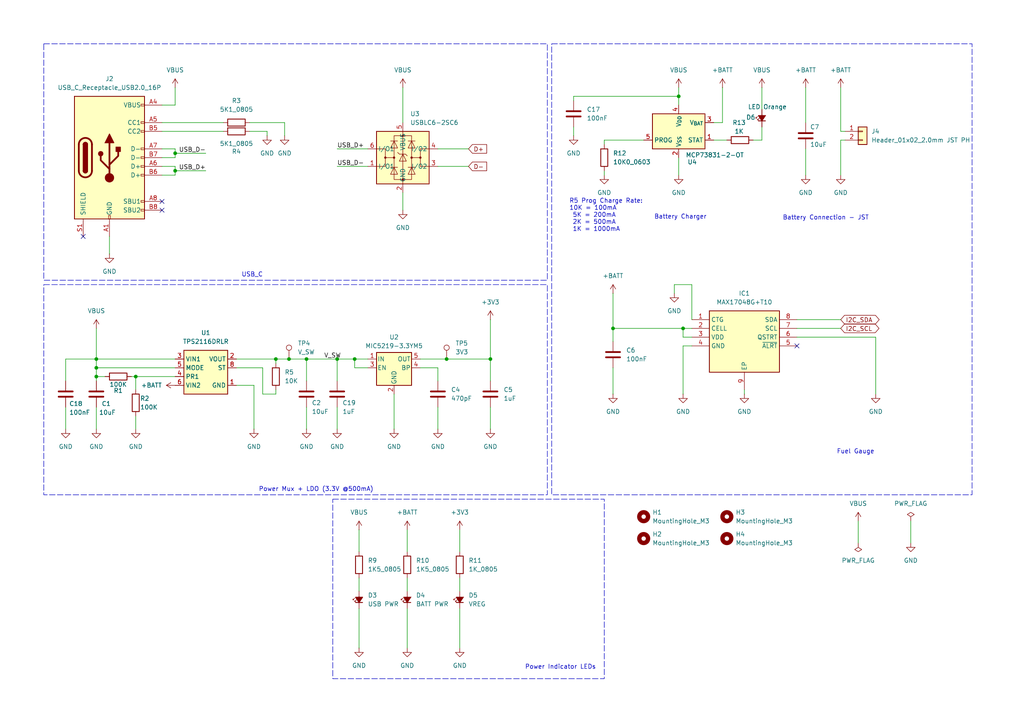
<source format=kicad_sch>
(kicad_sch (version 20250114) (generator "eeschema") (generator_version "9.0")
  (paper "A4")
  (title_block (title "LoRa Hub"))
  (lib_symbols
    (symbol "Library:+3V3" (power) (pin_numbers (hide yes)) (pin_names (offset 0) (hide yes))
      (property "Value" "+3V3" (at 0 3.556 0))
      (symbol "+3V3_1_1"
        (pin power_in line (at 0 0 90) (length 0) (name "~") (number "1"))
      )
    )
    (symbol "Library:+BATT" (power) (pin_numbers (hide yes)) (pin_names (offset 0) (hide yes))
      (property "Value" "+BATT" (at 0 3.556 0))
      (symbol "+BATT_1_1"
        (pin power_in line (at 0 0 90) (length 0) (name "~") (number "1"))
      )
    )
    (symbol "Library:100K_0603_standard" (pin_numbers (hide yes)) (pin_names (offset 0))
      (property "Reference" "R" (at 2.032 0 90))
      (property "Value" "100K" (at -2.54 0 90))
      (symbol "100K_0603_standard_1_1"
        (pin passive line (at 0 3.81 270) (length 1.27) (name "~") (number "1"))
        (pin passive line (at 0 -3.81 90) (length 1.27) (name "~") (number "2"))
      )
    )
    (symbol "Library:100nF_0805_100V_X7R" (pin_numbers (hide yes)) (pin_names (offset 0.254))
      (property "Reference" "C" (at 0.635 2.54 0))
      (property "Value" "100nF_0805_100V_X7R" (at 0.635 -2.54 0))
      (symbol "100nF_0805_100V_X7R_1_1"
        (pin passive line (at 0 3.81 270) (length 2.794) (name "~") (number "1"))
        (pin passive line (at 0 -3.81 90) (length 2.794) (name "~") (number "2"))
      )
    )
    (symbol "Library:10K0_0603" (pin_numbers (hide yes)) (pin_names (offset 0))
      (property "Reference" "R" (at 2.032 0 90))
      (property "Value" "10K0_0603" (at -2.54 0 90))
      (symbol "10K0_0603_1_1"
        (pin passive line (at 0 3.81 270) (length 1.27) (name "~") (number "1"))
        (pin passive line (at 0 -3.81 90) (length 1.27) (name "~") (number "2"))
      )
    )
    (symbol "Library:10K_0805" (pin_numbers (hide yes)) (pin_names (offset 0))
      (property "Reference" "R" (at 2.032 0 90))
      (property "Value" "10K_0805" (at -2.54 0 90))
      (symbol "10K_0805_1_1"
        (pin passive line (at 0 3.81 270) (length 1.27) (name "~") (number "1"))
        (pin passive line (at 0 -3.81 90) (length 1.27) (name "~") (number "2"))
      )
    )
    (symbol "Library:10uF_0603_10V_X5R" (pin_numbers (hide yes)) (pin_names (offset 0.254))
      (property "Reference" "C" (at 0.635 2.54 0))
      (property "Value" "10uF_0603_10V_X5R" (at 0.635 -2.54 0))
      (symbol "10uF_0603_10V_X5R_1_1"
        (pin passive line (at 0 3.81 270) (length 2.794) (name "~") (number "1"))
        (pin passive line (at 0 -3.81 90) (length 2.794) (name "~") (number "2"))
      )
    )
    (symbol "Library:10uF_1210_50V_X7R" (pin_numbers (hide yes)) (pin_names (offset 0.254))
      (property "Reference" "C" (at 1.27 2.54 0))
      (property "Value" "10uF" (at 1.27 -2.54 0))
      (symbol "10uF_1210_50V_X7R_1_1"
        (pin passive line (at 0 3.81 270) (length 2.794) (name "~") (number "1"))
        (pin passive line (at 0 -3.81 90) (length 2.794) (name "~") (number "2"))
      )
    )
    (symbol "Library:1K5_0805" (pin_numbers (hide yes))
      (property "Reference" "R" (at -2.54 -1.27 90))
      (property "Value" "1K5_0805" (at 2.54 -5.08 90))
      (symbol "1K5_0805_1_1"
        (pin passive line (at 0 3.81 270) (length 1.27) (name "~") (number "1"))
        (pin passive line (at 0 -3.81 90) (length 1.27) (name "~") (number "2"))
      )
    )
    (symbol "Library:1K_0603" (pin_numbers (hide yes)) (pin_names (offset 0))
      (property "Reference" "R" (at 2.032 0 90))
      (property "Value" "1K" (at -2.54 0 90))
      (symbol "1K_0603_1_1"
        (pin passive line (at 0 3.81 270) (length 1.27) (name "~") (number "1"))
        (pin passive line (at 0 -3.81 90) (length 1.27) (name "~") (number "2"))
      )
    )
    (symbol "Library:1K_0805" (pin_numbers (hide yes)) (pin_names (offset 0))
      (property "Reference" "R" (at 2.032 0 90))
      (property "Value" "1K_0805" (at -2.54 0 90))
      (symbol "1K_0805_1_1"
        (pin passive line (at 0 3.81 270) (length 1.27) (name "~") (number "1"))
        (pin passive line (at 0 -3.81 90) (length 1.27) (name "~") (number "2"))
      )
    )
    (symbol "Library:1uF_0805_25V_X7R" (pin_numbers (hide yes)) (pin_names (offset 0.254))
      (property "Reference" "C" (at 0.635 2.54 0))
      (property "Value" "1uF_0805_25V_X7R" (at 0.635 -2.54 0))
      (symbol "1uF_0805_25V_X7R_1_1"
        (pin passive line (at 0 3.81 270) (length 2.794) (name "~") (number "1"))
        (pin passive line (at 0 -3.81 90) (length 2.794) (name "~") (number "2"))
      )
    )
    (symbol "Library:470pF_0805_100V_NP0-C0G" (pin_numbers (hide yes)) (pin_names (offset 0.254))
      (property "Reference" "C" (at 0.635 2.54 0))
      (property "Value" "470pF_0805_100V_NP0-C0G" (at 0.635 -2.54 0))
      (symbol "470pF_0805_100V_NP0-C0G_1_1"
        (pin passive line (at 0 3.81 270) (length 2.794) (name "~") (number "1"))
        (pin passive line (at 0 -3.81 90) (length 2.794) (name "~") (number "2"))
      )
    )
    (symbol "Library:5K1_0805" (pin_numbers (hide yes))
      (property "Reference" "R" (at -3.81 0 90))
      (property "Value" "5K1_0805" (at 3.81 -5.08 90))
      (symbol "5K1_0805_1_1"
        (pin passive line (at 0 3.81 270) (length 1.27) (name "~") (number "1"))
        (pin passive line (at 0 -3.81 90) (length 1.27) (name "~") (number "2"))
      )
    )
    (symbol "Library:GND" (power) (pin_numbers (hide yes)) (pin_names (offset 0) (hide yes))
      (property "Value" "GND" (at 0 -3.81 0))
      (symbol "GND_1_1"
        (pin power_in line (at 0 0 270) (length 0) (name "~") (number "1"))
      )
    )
    (symbol "Library:Header_01x02_1.5mm_JST" (pin_names (hide yes))
      (property "Reference" "J" (at 0 3.81 0))
      (property "Value" "Header_01x02_1.5mm_JST" (at 0 -3.81 0))
      (symbol "Header_01x02_1.5mm_JST_1_1"
        (pin passive line (at -5.08 1.27 0) (length 3.81) (name "Pin_1") (number "1"))
        (pin passive line (at -5.08 -1.27 0) (length 3.81) (name "Pin_2") (number "2"))
      )
    )
    (symbol "Library:LED_Green_0805" (pin_numbers (hide yes)) (pin_names (offset 0.254) (hide yes))
      (property "Reference" "D" (at -1.27 3.175 0))
      (property "Value" "LED Green" (at -4.445 -2.54 0))
      (symbol "LED_Green_0805_1_1"
        (pin passive line (at -2.54 0 0) (length 1.778) (name "K") (number "1"))
        (pin passive line (at 2.54 0 180) (length 1.778) (name "A") (number "2"))
      )
    )
    (symbol "Library:LED_Red_0805" (pin_numbers (hide yes)) (pin_names (offset 0.254) (hide yes))
      (property "Reference" "D" (at -1.27 3.175 0))
      (property "Value" "LED Red" (at -4.445 -2.54 0))
      (symbol "LED_Red_0805_1_1"
        (pin passive line (at -2.54 0 0) (length 1.778) (name "K") (number "1"))
        (pin passive line (at 2.54 0 180) (length 1.778) (name "A") (number "2"))
      )
    )
    (symbol "Library:MAX17048G+T10"
      (property "Reference" "IC" (at 26.67 7.62 0))
      (property "Value" "MAX17048G+T10" (at 26.67 5.08 0))
      (symbol "MAX17048G+T10_1_1"
        (pin passive line (at 0 0 0) (length 5.08) (name "CTG") (number "1"))
        (pin passive line (at 0 -2.54 0) (length 5.08) (name "CELL") (number "2"))
        (pin passive line (at 0 -5.08 0) (length 5.08) (name "VDD") (number "3"))
        (pin passive line (at 0 -7.62 0) (length 5.08) (name "GND") (number "4"))
        (pin passive line (at 15.24 -20.32 90) (length 5.08) (name "EP") (number "9"))
        (pin passive line (at 30.48 0 180) (length 5.08) (name "SDA") (number "8"))
        (pin passive line (at 30.48 -2.54 180) (length 5.08) (name "SCL") (number "7"))
        (pin passive line (at 30.48 -5.08 180) (length 5.08) (name "QSTRT") (number "6"))
        (pin passive line (at 30.48 -7.62 180) (length 5.08) (name "~{ALRT}") (number "5"))
      )
    )
    (symbol "Library:MCP73831-2-OT"
      (property "Reference" "U" (at -7.62 6.35 0))
      (property "Value" "MCP73831-2-OT" (at 1.27 6.35 0))
      (symbol "MCP73831-2-OT_1_1"
        (pin input line (at -10.16 -2.54 0) (length 2.54) (name "PROG") (number "5"))
        (pin power_in line (at 0 7.62 270) (length 2.54) (name "V_{DD}") (number "4"))
        (pin power_in line (at 0 -7.62 90) (length 2.54) (name "V_{SS}") (number "2"))
        (pin power_out line (at 10.16 2.54 180) (length 2.54) (name "V_{BAT}") (number "3"))
        (pin tri_state line (at 10.16 -2.54 180) (length 2.54) (name "STAT") (number "1"))
      )
    )
    (symbol "Library:MIC5219-3.3YM5" (pin_names (offset 0.254))
      (property "Reference" "U" (at -3.81 5.715 0))
      (property "Value" "MIC5219-3.3YM5" (at 0 5.715 0))
      (symbol "MIC5219-3.3YM5_1_1"
        (pin power_in line (at -7.62 2.54 0) (length 2.54) (name "IN") (number "1"))
        (pin input line (at -7.62 0 0) (length 2.54) (name "EN") (number "3"))
        (pin power_in line (at 0 -7.62 90) (length 2.54) (name "GND") (number "2"))
        (pin power_out line (at 7.62 2.54 180) (length 2.54) (name "OUT") (number "5"))
        (pin input line (at 7.62 0 180) (length 2.54) (name "BP") (number "4"))
      )
    )
    (symbol "Library:MountingHole_M3" (pin_names (offset 1.016))
      (property "Reference" "H" (at 0 5.08 0))
    )
    (symbol "Library:PWR_FLAG" (power) (pin_numbers (hide yes)) (pin_names (offset 0) (hide yes))
      (property "Value" "PWR_FLAG" (at 0 3.81 0))
      (symbol "PWR_FLAG_0_0"
        (pin power_out line (at 0 0 90) (length 0) (name "~") (number "1"))
      )
    )
    (symbol "Library:TPS2116DRLR"
      (property "Reference" "U" (at 2.54 3.81 0))
      (property "Value" "TPS2116DRLR" (at 2.54 -12.7 0))
      (symbol "TPS2116DRLR_1_1"
        (pin power_in line (at 0 0 0) (length 2.54) (name "VIN1") (number "3"))
        (pin input line (at 0 -2.54 0) (length 2.54) (name "MODE") (number "5"))
        (pin input line (at 0 -5.08 0) (length 2.54) (name "PR1") (number "4"))
        (pin power_in line (at 0 -7.62 0) (length 2.54) (name "VIN2") (number "6"))
        (pin power_out line (at 17.78 0 180) (length 2.54) (name "VOUT") (number "2"))
        (pin passive line (at 17.78 0 180) (length 2.54) (hide yes) (name "VOUT") (number "7"))
        (pin open_collector line (at 17.78 -2.54 180) (length 2.54) (name "ST") (number "8"))
        (pin power_in line (at 17.78 -7.62 180) (length 2.54) (name "GND") (number "1"))
      )
    )
    (symbol "Library:TestPoint" (pin_numbers (hide yes)) (pin_names (offset 0.762) (hide yes))
      (property "Reference" "TP" (at 0 6.858 0))
      (property "Value" "TestPoint" (at 0 5.08 0))
      (symbol "TestPoint_1_1"
        (pin passive line (at 0 0 90) (length 2.54) (name "1") (number "1"))
      )
    )
    (symbol "Library:USBLC6-2SC6"
      (property "Reference" "U" (at 1.27 11.43 0))
      (property "Value" "USBLC6-2SC6" (at 1.27 8.89 0))
      (symbol "USBLC6-2SC6_1_1"
        (pin passive line (at -10.16 2.54 0) (length 2.54) (name "I/O1") (number "6"))
        (pin passive line (at -10.16 -2.54 0) (length 2.54) (name "I/O1") (number "1"))
        (pin passive line (at 0 10.16 270) (length 2.54) (name "VBUS") (number "5"))
        (pin passive line (at 0 -10.16 90) (length 2.54) (name "GND") (number "2"))
        (pin passive line (at 10.16 2.54 180) (length 2.54) (name "I/O2") (number "4"))
        (pin passive line (at 10.16 -2.54 180) (length 2.54) (name "I/O2") (number "3"))
      )
    )
    (symbol "Library:USB_C_Receptacle_USB2.0_16P" (pin_names (offset 1.016))
      (property "Reference" "J" (at 0 22.225 0))
      (property "Value" "USB_C_Receptacle_USB2.0_16P" (at 0 19.685 0))
      (symbol "USB_C_Receptacle_USB2.0_16P_1_1"
        (pin passive line (at -7.62 -22.86 90) (length 5.08) (name "SHIELD") (number "S1"))
        (pin passive line (at 0 -22.86 90) (length 5.08) (name "GND") (number "A1"))
        (pin passive line (at 0 -22.86 90) (length 5.08) (hide yes) (name "GND") (number "A12"))
        (pin passive line (at 0 -22.86 90) (length 5.08) (hide yes) (name "GND") (number "B1"))
        (pin passive line (at 0 -22.86 90) (length 5.08) (hide yes) (name "GND") (number "B12"))
        (pin passive line (at 15.24 15.24 180) (length 5.08) (name "VBUS") (number "A4"))
        (pin passive line (at 15.24 15.24 180) (length 5.08) (hide yes) (name "VBUS") (number "A9"))
        (pin passive line (at 15.24 15.24 180) (length 5.08) (hide yes) (name "VBUS") (number "B4"))
        (pin passive line (at 15.24 15.24 180) (length 5.08) (hide yes) (name "VBUS") (number "B9"))
        (pin bidirectional line (at 15.24 10.16 180) (length 5.08) (name "CC1") (number "A5"))
        (pin bidirectional line (at 15.24 7.62 180) (length 5.08) (name "CC2") (number "B5"))
        (pin bidirectional line (at 15.24 2.54 180) (length 5.08) (name "D-") (number "A7"))
        (pin bidirectional line (at 15.24 0 180) (length 5.08) (name "D-") (number "B7"))
        (pin bidirectional line (at 15.24 -2.54 180) (length 5.08) (name "D+") (number "A6"))
        (pin bidirectional line (at 15.24 -5.08 180) (length 5.08) (name "D+") (number "B6"))
        (pin bidirectional line (at 15.24 -12.7 180) (length 5.08) (name "SBU1") (number "A8"))
        (pin bidirectional line (at 15.24 -15.24 180) (length 5.08) (name "SBU2") (number "B8"))
      )
    )
    (symbol "Library:VBUS" (power) (pin_numbers (hide yes)) (pin_names (offset 0) (hide yes))
      (property "Value" "VBUS" (at 0 3.556 0))
      (symbol "VBUS_1_1"
        (pin power_in line (at 0 0 90) (length 0) (name "~") (number "1"))
      )
    )
  )
  (rectangle (start 12.7 12.7) (end 158.75 81.28) (stroke (width 0) (type dash)))
  (rectangle (start 12.7 82.55) (end 158.75 143.51) (stroke (width 0) (type dash)))
  (rectangle (start 96.52 144.78) (end 175.26 196.85) (stroke (width 0) (type dash)))
  (rectangle (start 160.02 12.7) (end 281.94 143.51) (stroke (width 0) (type dash)))
  (text "Battery Connection - JST" (at 239.522 63.246 0) (effects (font (size 1.27 1.27))))
  (text "R5 Prog Charge Rate:\n10K = 100mA\n 5K = 200mA\n 2K = 500mA\n 1K = 1000mA" (at 165.1 67.31 0) (effects (font (size 1.27 1.27)) (justify left bottom)))
  (text "Battery Charger" (at 197.358 62.992 0) (effects (font (size 1.27 1.27))))
  (text "Power Indicator LEDs\n" (at 162.56 193.548 0) (effects (font (size 1.27 1.27))))
  (text "Power Mux + LDO (3.3V @500mA)" (at 91.694 141.986 0) (effects (font (size 1.27 1.27))))
  (text "USB_C" (at 73.152 79.756 0) (effects (font (size 1.27 1.27))))
  (text "Fuel Gauge" (at 248.158 131.064 0) (effects (font (size 1.27 1.27))))
  (junction (at 198.12 95.25))
  (junction (at 88.9 104.14))
  (junction (at 196.85 27.94))
  (junction (at 39.37 109.22))
  (junction (at 27.94 106.68))
  (junction (at 97.79 104.14))
  (junction (at 80.01 104.14))
  (junction (at 83.82 104.14))
  (junction (at 27.94 109.22))
  (junction (at 142.24 104.14))
  (junction (at 177.8 95.25))
  (junction (at 102.87 104.14))
  (junction (at 129.54 104.14))
  (junction (at 27.94 104.14))
  (junction (at 50.8 49.53))
  (junction (at 50.8 44.45))
  (no_connect (at 46.99 58.42))
  (no_connect (at 46.99 60.96))
  (no_connect (at 24.13 68.58))
  (no_connect (at 231.14 100.33))
  (wire (pts (xy 243.84 40.64) (xy 243.84 50.8)))
  (wire (pts (xy 50.8 25.4) (xy 50.8 30.48)))
  (wire (pts (xy 88.9 104.14) (xy 97.79 104.14)))
  (wire (pts (xy 142.24 118.11) (xy 142.24 124.46)))
  (wire (pts (xy 97.79 104.14) (xy 97.79 110.49)))
  (wire (pts (xy 245.11 38.1) (xy 243.84 38.1)))
  (wire (pts (xy 88.9 118.11) (xy 88.9 124.46)))
  (wire (pts (xy 215.9 113.03) (xy 215.9 114.3)))
  (wire (pts (xy 114.3 114.3) (xy 114.3 124.46)))
  (wire (pts (xy 127 118.11) (xy 127 124.46)))
  (wire (pts (xy 121.92 104.14) (xy 129.54 104.14)))
  (wire (pts (xy 245.11 40.64) (xy 243.84 40.64)))
  (wire (pts (xy 127 43.18) (xy 135.89 43.18)))
  (wire (pts (xy 38.1 109.22) (xy 39.37 109.22)))
  (wire (pts (xy 121.92 106.68) (xy 127 106.68)))
  (wire (pts (xy 39.37 120.65) (xy 39.37 124.46)))
  (wire (pts (xy 50.8 43.18) (xy 50.8 44.45)))
  (wire (pts (xy 133.35 176.53) (xy 133.35 187.96)))
  (wire (pts (xy 220.98 25.4) (xy 220.98 31.75)))
  (wire (pts (xy 73.66 111.76) (xy 73.66 124.46)))
  (wire (pts (xy 196.85 45.72) (xy 196.85 50.8)))
  (wire (pts (xy 82.55 35.56) (xy 82.55 39.37)))
  (wire (pts (xy 80.01 104.14) (xy 80.01 105.41)))
  (wire (pts (xy 129.54 104.14) (xy 142.24 104.14)))
  (wire (pts (xy 104.14 176.53) (xy 104.14 187.96)))
  (wire (pts (xy 19.05 118.11) (xy 19.05 124.46)))
  (wire (pts (xy 50.8 44.45) (xy 59.69 44.45)))
  (wire (pts (xy 72.39 35.56) (xy 82.55 35.56)))
  (wire (pts (xy 80.01 104.14) (xy 83.82 104.14)))
  (wire (pts (xy 198.12 95.25) (xy 200.66 95.25)))
  (wire (pts (xy 104.14 167.64) (xy 104.14 171.45)))
  (wire (pts (xy 243.84 25.4) (xy 243.84 38.1)))
  (wire (pts (xy 46.99 48.26) (xy 50.8 48.26)))
  (wire (pts (xy 220.98 36.83) (xy 220.98 40.64)))
  (wire (pts (xy 31.75 68.58) (xy 31.75 73.66)))
  (wire (pts (xy 68.58 111.76) (xy 73.66 111.76)))
  (wire (pts (xy 231.14 92.71) (xy 243.84 92.71)))
  (wire (pts (xy 135.89 48.26) (xy 127 48.26)))
  (wire (pts (xy 19.05 110.49) (xy 19.05 104.14)))
  (wire (pts (xy 133.35 153.67) (xy 133.35 160.02)))
  (wire (pts (xy 195.58 85.09) (xy 195.58 82.55)))
  (wire (pts (xy 118.11 153.67) (xy 118.11 160.02)))
  (wire (pts (xy 177.8 95.25) (xy 177.8 99.06)))
  (wire (pts (xy 72.39 38.1) (xy 77.47 38.1)))
  (wire (pts (xy 102.87 104.14) (xy 106.68 104.14)))
  (wire (pts (xy 142.24 104.14) (xy 142.24 110.49)))
  (wire (pts (xy 76.2 106.68) (xy 68.58 106.68)))
  (wire (pts (xy 27.94 106.68) (xy 50.8 106.68)))
  (wire (pts (xy 196.85 27.94) (xy 196.85 30.48)))
  (wire (pts (xy 195.58 82.55) (xy 200.66 82.55)))
  (wire (pts (xy 39.37 109.22) (xy 50.8 109.22)))
  (wire (pts (xy 196.85 25.4) (xy 196.85 27.94)))
  (wire (pts (xy 106.68 106.68) (xy 102.87 106.68)))
  (wire (pts (xy 27.94 104.14) (xy 27.94 106.68)))
  (wire (pts (xy 142.24 104.14) (xy 142.24 92.71)))
  (wire (pts (xy 97.79 104.14) (xy 102.87 104.14)))
  (wire (pts (xy 177.8 95.25) (xy 177.8 85.09)))
  (wire (pts (xy 118.11 167.64) (xy 118.11 171.45)))
  (wire (pts (xy 68.58 104.14) (xy 80.01 104.14)))
  (wire (pts (xy 97.79 118.11) (xy 97.79 124.46)))
  (wire (pts (xy 19.05 104.14) (xy 27.94 104.14)))
  (wire (pts (xy 104.14 153.67) (xy 104.14 160.02)))
  (wire (pts (xy 209.55 25.4) (xy 209.55 35.56)))
  (wire (pts (xy 46.99 45.72) (xy 50.8 45.72)))
  (wire (pts (xy 207.01 40.64) (xy 210.82 40.64)))
  (wire (pts (xy 102.87 106.68) (xy 102.87 104.14)))
  (wire (pts (xy 46.99 43.18) (xy 50.8 43.18)))
  (wire (pts (xy 27.94 106.68) (xy 27.94 109.22)))
  (wire (pts (xy 27.94 104.14) (xy 50.8 104.14)))
  (wire (pts (xy 264.16 157.48) (xy 264.16 151.13)))
  (wire (pts (xy 27.94 109.22) (xy 27.94 110.49)))
  (wire (pts (xy 39.37 109.22) (xy 39.37 113.03)))
  (wire (pts (xy 209.55 35.56) (xy 207.01 35.56)))
  (wire (pts (xy 50.8 48.26) (xy 50.8 49.53)))
  (wire (pts (xy 200.66 82.55) (xy 200.66 92.71)))
  (wire (pts (xy 133.35 167.64) (xy 133.35 171.45)))
  (wire (pts (xy 200.66 97.79) (xy 198.12 97.79)))
  (wire (pts (xy 80.01 114.3) (xy 76.2 114.3)))
  (wire (pts (xy 254 97.79) (xy 254 114.3)))
  (wire (pts (xy 77.47 38.1) (xy 77.47 39.37)))
  (wire (pts (xy 46.99 38.1) (xy 64.77 38.1)))
  (wire (pts (xy 248.92 151.13) (xy 248.92 157.48)))
  (wire (pts (xy 116.84 25.4) (xy 116.84 35.56)))
  (wire (pts (xy 116.84 55.88) (xy 116.84 60.96)))
  (wire (pts (xy 50.8 49.53) (xy 50.8 50.8)))
  (wire (pts (xy 27.94 95.25) (xy 27.94 104.14)))
  (wire (pts (xy 27.94 118.11) (xy 27.94 124.46)))
  (wire (pts (xy 177.8 106.68) (xy 177.8 114.3)))
  (wire (pts (xy 198.12 95.25) (xy 177.8 95.25)))
  (wire (pts (xy 106.68 43.18) (xy 97.79 43.18)))
  (wire (pts (xy 76.2 114.3) (xy 76.2 106.68)))
  (wire (pts (xy 88.9 104.14) (xy 88.9 110.49)))
  (wire (pts (xy 166.37 36.83) (xy 166.37 39.37)))
  (wire (pts (xy 175.26 41.91) (xy 175.26 40.64)))
  (wire (pts (xy 30.48 109.22) (xy 27.94 109.22)))
  (wire (pts (xy 83.82 104.14) (xy 88.9 104.14)))
  (wire (pts (xy 46.99 35.56) (xy 64.77 35.56)))
  (wire (pts (xy 127 106.68) (xy 127 110.49)))
  (wire (pts (xy 50.8 44.45) (xy 50.8 45.72)))
  (wire (pts (xy 46.99 30.48) (xy 50.8 30.48)))
  (wire (pts (xy 46.99 50.8) (xy 50.8 50.8)))
  (wire (pts (xy 231.14 95.25) (xy 243.84 95.25)))
  (wire (pts (xy 198.12 97.79) (xy 198.12 95.25)))
  (wire (pts (xy 200.66 100.33) (xy 198.12 100.33)))
  (wire (pts (xy 231.14 97.79) (xy 254 97.79)))
  (wire (pts (xy 175.26 40.64) (xy 186.69 40.64)))
  (wire (pts (xy 233.68 25.4) (xy 233.68 35.56)))
  (wire (pts (xy 166.37 29.21) (xy 166.37 27.94)))
  (wire (pts (xy 166.37 27.94) (xy 196.85 27.94)))
  (wire (pts (xy 80.01 113.03) (xy 80.01 114.3)))
  (wire (pts (xy 97.79 48.26) (xy 106.68 48.26)))
  (wire (pts (xy 198.12 100.33) (xy 198.12 114.3)))
  (wire (pts (xy 175.26 49.53) (xy 175.26 50.8)))
  (wire (pts (xy 50.8 49.53) (xy 59.69 49.53)))
  (wire (pts (xy 220.98 40.64) (xy 218.44 40.64)))
  (wire (pts (xy 233.68 43.18) (xy 233.68 50.8)))
  (wire (pts (xy 118.11 176.53) (xy 118.11 187.96)))
  (label "USB_D+" (at 97.79 43.18 0))
  (label "USB_D+" (at 59.69 49.53 180))
  (label "V_SW" (at 93.98 104.14 0))
  (label "USB_D-" (at 59.69 44.45 180))
  (label "USB_D-" (at 97.79 48.26 0))
  (global_label "D+" (shape input) (at 135.89 43.18 0) (property "Intersheetrefs" "${INTERSHEET_REFS}" (effects (hide yes))))
  (global_label "I2C_SCL" (shape bidirectional) (at 243.84 95.25 0) (property "Intersheetrefs" "${INTERSHEET_REFS}" (effects (hide yes))))
  (global_label "I2C_SDA" (shape bidirectional) (at 243.84 92.71 0) (property "Intersheetrefs" "${INTERSHEET_REFS}" (effects (hide yes))))
  (global_label "D-" (shape input) (at 135.89 48.26 0) (property "Intersheetrefs" "${INTERSHEET_REFS}" (effects (hide yes))))
  (symbol (lib_id "Library:GND") (at 97.79 124.46 0) (mirror y) (unit 1)
    (property "Reference" "#PWR068" (effects (hide yes)))
    (property "Value" "GND" (at 97.79 129.54 0))
    (property "Description" "Power symbol creates a global label with name \"GND\" , ground" (effects (hide yes)))
  )
  (symbol (lib_id "Library:GND") (at 177.8 114.3 0) (unit 1)
    (property "Reference" "#PWR033" (effects (hide yes)))
    (property "Value" "GND" (at 177.8 119.38 0))
    (property "Description" "Power symbol creates a global label with name \"GND\" , ground" (effects (hide yes)))
  )
  (symbol (lib_id "Library:GND") (at 175.26 50.8 0) (unit 1)
    (property "Reference" "#PWR031" (effects (hide yes)))
    (property "Value" "GND" (at 175.26 55.88 0))
    (property "Description" "Power symbol creates a global label with name \"GND\" , ground" (effects (hide yes)))
  )
  (symbol (lib_id "Library:100nF_0805_100V_X7R") (at 166.37 33.02 0) (unit 1)
    (property "Reference" "C17" (at 170.18 31.7499 0) (effects (justify left)))
    (property "Value" "100nF" (at 170.18 34.2899 0) (effects (justify left)))
    (property "Footprint" "Project_Footprints:C_0805_2012Metric" (effects (hide yes)))
    (property "Datasheet" "${IBA_DATASHEET_DIR}\\capacitors\\Ceramic_capacitors_SMD_X7R.zip" (effects (hide yes)))
    (property "Description" "100nF 0805, ceramic capacitor, 100V, X7R, 10%" (effects (hide yes)))
    (property "Status" "Preferred" (effects (hide yes)))
    (property "Mfr1" "AVX" (effects (hide yes)))
    (property "MPN1" "08051C104KAT2A" (effects (hide yes)))
    (property "Mfr2" "KEMET" (effects (hide yes)))
    (property "MPN2" "C0805C104K1RACTU" (effects (hide yes)))
  )
  (symbol (lib_id "Library:100K_0603_standard") (at 34.29 109.22 90) (unit 1)
    (property "Reference" "R1" (at 34.29 113.284 90))
    (property "Value" "100K" (at 34.29 111.506 90))
    (property "Footprint" "Project_Footprints:R_0603_1608Metric" (effects (hide yes)))
    (property "Datasheet" "${IBA_DATASHEET_DIR}\\resistors\\Standard_Thick_Film_SMD_resistors.zip" (effects (hide yes)))
    (property "Description" "Resistor 100K, 0603, 1%, 75V, Thick Film, 100ppm" (effects (hide yes)))
    (property "Status" "Recommended for New Design" (effects (hide yes)))
    (property "Mfr1" "Panasonic" (effects (hide yes)))
    (property "MPN1" "ERJ-3EKF1003V" (effects (hide yes)))
    (property "Mfr2" "Vishay" (effects (hide yes)))
    (property "MPN2" "CRCW0603100KFKEA" (effects (hide yes)))
    (property "Mfr3" "Yageo" (effects (hide yes)))
    (property "MPN3" "RC0603FR-07100KL" (effects (hide yes)))
  )
  (symbol (lib_id "Library:1K_0603") (at 214.63 40.64 90) (unit 1)
    (property "Reference" "R13" (at 214.376 35.56 90))
    (property "Value" "1K" (at 214.376 38.1 90))
    (property "Footprint" "Project_Footprints:R_0603_1608Metric" (effects (hide yes)))
    (property "Datasheet" "${IBA_DATASHEET_DIR}\\resistors\\Panasonic_Anti-Sulfurated, Anti_Surge Thick Film Chip Resistors.zip" (effects (hide yes)))
    (property "Description" "Resistor 1K, 0603, 1%, 150V, Thick Film" (effects (hide yes)))
    (property "Status" "Preferred" (effects (hide yes)))
    (property "Mfr1" "Panasonic" (effects (hide yes)))
    (property "MPN1" "ERJ-PA3F1001V" (effects (hide yes)))
    (property "Mfr2" "Panasonic" (effects (hide yes)))
    (property "MPN2" "ERJ-UP3F1001V" (effects (hide yes)))
  )
  (symbol (lib_id "Library:PWR_FLAG") (at 264.16 151.13 0) (unit 1)
    (property "Reference" "#FLG02" (effects (hide yes)))
    (property "Value" "PWR_FLAG" (at 264.16 146.05 0))
    (property "Description" "Special symbol for telling ERC where power comes from" (effects (hide yes)))
  )
  (symbol (lib_id "Library:1uF_0805_25V_X7R") (at 142.24 114.3 0) (unit 1)
    (property "Reference" "C5" (at 146.05 113.0299 0) (effects (justify left)))
    (property "Value" "1uF" (at 146.05 115.5699 0) (effects (justify left)))
    (property "Footprint" "Project_Footprints:C_0805_2012Metric" (effects (hide yes)))
    (property "Datasheet" "${IBA_DATASHEET_DIR}\\capacitors\\Ceramic_capacitors_SMD_X7R.zip" (effects (hide yes)))
    (property "Description" "1uF 0805, ceramic capacitor, 25V, X7R, 10%" (effects (hide yes)))
    (property "Status" "Preferred" (effects (hide yes)))
    (property "Mfr1" "AVX" (effects (hide yes)))
    (property "MPN1" "08053C105KAT2A" (effects (hide yes)))
    (property "Mfr2" "KEMET" (effects (hide yes)))
    (property "MPN2" "C0805C105K3RACTU" (effects (hide yes)))
  )
  (symbol (lib_id "Library:LED_Red_0805") (at 118.11 173.99 90) (unit 1)
    (property "Reference" "D4" (at 120.65 172.6564 90) (effects (justify right)))
    (property "Value" "BATT PWR" (at 120.65 175.1964 90) (effects (justify right)))
    (property "Footprint" "Project_Footprints:LED_0805" (effects (hide yes)))
    (property "Datasheet" "${IBA_DATASHEET_DIR}/diodes/APTD2012LSURCK-1101937.pdf" (effects (hide yes)))
    (property "Description" "Light emitting diode Red 0805 2mA" (effects (hide yes)))
    (property "Mfr1" "Kingbright" (effects (hide yes)))
    (property "MPN1" "APTD2012LSURCK" (effects (hide yes)))
  )
  (symbol (lib_id "Library:GND") (at 82.55 39.37 0) (unit 1)
    (property "Reference" "#PWR011" (effects (hide yes)))
    (property "Value" "GND" (at 82.55 44.45 0))
    (property "Description" "Power symbol creates a global label with name \"GND\" , ground" (effects (hide yes)))
  )
  (symbol (lib_id "Library:GND") (at 27.94 124.46 0) (mirror y) (unit 1)
    (property "Reference" "#PWR02" (effects (hide yes)))
    (property "Value" "GND" (at 27.94 129.54 0))
    (property "Description" "Power symbol creates a global label with name \"GND\" , ground" (effects (hide yes)))
  )
  (symbol (lib_id "Library:GND") (at 77.47 39.37 0) (unit 1)
    (property "Reference" "#PWR09" (effects (hide yes)))
    (property "Value" "GND" (at 77.47 44.45 0))
    (property "Description" "Power symbol creates a global label with name \"GND\" , ground" (effects (hide yes)))
  )
  (symbol (lib_id "Library:LED_Green_0805") (at 220.98 34.29 90) (unit 1)
    (property "Reference" "D6" (at 216.408 34.036 90) (effects (justify right)))
    (property "Value" "LED Orange" (at 216.916 30.988 90) (effects (justify right)))
    (property "Footprint" "Project_Footprints:LED_0805" (effects (hide yes)))
    (property "Datasheet" "${IBA_DATASHEET_DIR}/diodes/APTD2012LCGCK-1102037.pdf" (effects (hide yes)))
    (property "Description" "Light emitting diode Green 0805 2mA" (effects (hide yes)))
    (property "Mfr1" "Kingbright" (effects (hide yes)))
    (property "MPN1" "APTD2012LCGCK" (effects (hide yes)))
  )
  (symbol (lib_id "Library:GND") (at 39.37 124.46 0) (mirror y) (unit 1)
    (property "Reference" "#PWR03" (effects (hide yes)))
    (property "Value" "GND" (at 39.37 129.54 0))
    (property "Description" "Power symbol creates a global label with name \"GND\" , ground" (effects (hide yes)))
  )
  (symbol (lib_id "Library:GND") (at 116.84 60.96 0) (mirror y) (unit 1)
    (property "Reference" "#PWR015" (effects (hide yes)))
    (property "Value" "GND" (at 116.84 66.04 0))
    (property "Description" "Power symbol creates a global label with name \"GND\" , ground" (effects (hide yes)))
  )
  (symbol (lib_id "Library:USBLC6-2SC6") (at 116.84 45.72 0) (unit 1)
    (property "Reference" "U3" (at 118.9833 33.02 0) (effects (justify left)))
    (property "Value" "USBLC6-2SC6" (at 118.9833 35.56 0) (effects (justify left)))
    (property "Footprint" "Project_Footprints:SOT-23-6" (effects (hide yes)))
    (property "Datasheet" "${IBA_DATASHEET_DIR}/power_protection/usblc6-2.pdf" (effects (hide yes)))
    (property "Description" "Very low capacitance ESD protection of high speed interfaces -5.25VRM 17VCL SOT23-6 2 channel" (effects (hide yes)))
    (property "Status" "Specific" (effects (hide yes)))
    (property "Mfr1" "STMicroelectronics" (effects (hide yes)))
    (property "MPN1" "USBLC6-2SC6" (effects (hide yes)))
    (property "Mfr2" "---" (effects (hide yes)))
    (property "MPN2" "---" (effects (hide yes)))
  )
  (symbol (lib_id "Library:+BATT") (at 233.68 25.4 0) (unit 1)
    (property "Reference" "#PWR041" (effects (hide yes)))
    (property "Value" "+BATT" (at 233.68 20.32 0))
    (property "Description" "Power symbol creates a global label with name \"+BATT\"" (effects (hide yes)))
  )
  (symbol (lib_id "Library:GND") (at 196.85 50.8 0) (unit 1)
    (property "Reference" "#PWR036" (effects (hide yes)))
    (property "Value" "GND" (at 196.85 55.88 0))
    (property "Description" "Power symbol creates a global label with name \"GND\" , ground" (effects (hide yes)))
  )
  (symbol (lib_id "Library:USB_C_Receptacle_USB2.0_16P") (at 31.75 45.72 0) (unit 1)
    (property "Reference" "J2" (at 31.75 22.86 0))
    (property "Value" "USB_C_Receptacle_USB2.0_16P" (at 31.75 25.4 0))
    (property "Footprint" "Connector_USB:USB_C_Receptacle_GCT_USB4110" (effects (hide yes)))
    (property "Datasheet" "https://www.usb.org/sites/default/files/documents/usb_type-c.zip" (effects (hide yes)))
    (property "Description" "USB 2.0-only 16P Type-C Receptacle connector" (effects (hide yes)))
    (property "Manufacturer" "GCT" (effects (hide yes)))
    (property "MPN1" "USB4110-GF-A" (effects (hide yes)))
  )
  (symbol (lib_id "Library:GND") (at 198.12 114.3 0) (unit 1)
    (property "Reference" "#PWR037" (effects (hide yes)))
    (property "Value" "GND" (at 198.12 119.38 0))
    (property "Description" "Power symbol creates a global label with name \"GND\" , ground" (effects (hide yes)))
  )
  (symbol (lib_id "Library:GND") (at 254 114.3 0) (unit 1)
    (property "Reference" "#PWR045" (effects (hide yes)))
    (property "Value" "GND" (at 254 119.38 0))
    (property "Description" "Power symbol creates a global label with name \"GND\" , ground" (effects (hide yes)))
  )
  (symbol (lib_id "Library:+BATT") (at 177.8 85.09 0) (unit 1)
    (property "Reference" "#PWR032" (effects (hide yes)))
    (property "Value" "+BATT" (at 177.8 80.01 0))
    (property "Description" "Power symbol creates a global label with name \"+BATT\"" (effects (hide yes)))
  )
  (symbol (lib_id "Library:+BATT") (at 243.84 25.4 0) (unit 1)
    (property "Reference" "#PWR043" (effects (hide yes)))
    (property "Value" "+BATT" (at 243.84 20.32 0))
    (property "Description" "Power symbol creates a global label with name \"+BATT\"" (effects (hide yes)))
  )
  (symbol (lib_id "Library:100nF_0805_100V_X7R") (at 177.8 102.87 0) (unit 1)
    (property "Reference" "C6" (at 181.61 101.5999 0) (effects (justify left)))
    (property "Value" "100nF" (at 181.61 104.1399 0) (effects (justify left)))
    (property "Footprint" "Project_Footprints:C_0805_2012Metric" (effects (hide yes)))
    (property "Datasheet" "${IBA_DATASHEET_DIR}\\capacitors\\Ceramic_capacitors_SMD_X7R.zip" (effects (hide yes)))
    (property "Description" "100nF 0805, ceramic capacitor, 100V, X7R, 10%" (effects (hide yes)))
    (property "Status" "Preferred" (effects (hide yes)))
    (property "Mfr1" "AVX" (effects (hide yes)))
    (property "MPN1" "08051C104KAT2A" (effects (hide yes)))
    (property "Mfr2" "KEMET" (effects (hide yes)))
    (property "MPN2" "C0805C104K1RACTU" (effects (hide yes)))
  )
  (symbol (lib_id "Library:MountingHole_M3") (at 210.82 149.86 90) (unit 1)
    (property "Reference" "H3" (at 213.36 148.5899 90) (effects (justify right)))
    (property "Value" "MountingHole_M3" (at 213.36 151.1299 90) (effects (justify right)))
    (property "Footprint" "Project_Footprints:MountingHole_3.2mm_M3_DIN965_Pad" (effects (hide yes)))
    (property "Description" "Mounting Hole without connection" (effects (hide yes)))
  )
  (symbol (lib_id "Library:GND") (at 88.9 124.46 0) (mirror y) (unit 1)
    (property "Reference" "#PWR016" (effects (hide yes)))
    (property "Value" "GND" (at 88.9 129.54 0))
    (property "Description" "Power symbol creates a global label with name \"GND\" , ground" (effects (hide yes)))
  )
  (symbol (lib_id "Library:MountingHole_M3") (at 186.69 149.86 90) (unit 1)
    (property "Reference" "H1" (at 189.23 148.5899 90) (effects (justify right)))
    (property "Value" "MountingHole_M3" (at 189.23 151.1299 90) (effects (justify right)))
    (property "Footprint" "Project_Footprints:MountingHole_3.2mm_M3_DIN965_Pad" (effects (hide yes)))
    (property "Description" "Mounting Hole without connection" (effects (hide yes)))
  )
  (symbol (lib_id "Library:GND") (at 127 124.46 0) (mirror y) (unit 1)
    (property "Reference" "#PWR026" (effects (hide yes)))
    (property "Value" "GND" (at 127 129.54 0))
    (property "Description" "Power symbol creates a global label with name \"GND\" , ground" (effects (hide yes)))
  )
  (symbol (lib_id "Library:5K1_0805") (at 68.58 35.56 90) (unit 1)
    (property "Reference" "R3" (at 68.58 29.21 90))
    (property "Value" "5K1_0805" (at 68.58 31.75 90))
    (property "Footprint" "Project_Footprints:R_0805_2012Metric" (effects (hide yes)))
    (property "Datasheet" "${IBA_DATASHEET_DIR}\\resistors\\Standard_Thick_Film_SMD_resistors.zip" (effects (hide yes)))
    (property "Description" "Resistor 5K1, 0805, 1%, 150V, Thick Film" (effects (hide yes)))
    (property "Status" "Preferred" (effects (hide yes)))
    (property "Mfr1" "Vishay" (effects (hide yes)))
    (property "MPN1" "CRCW08055K10FKEA" (effects (hide yes)))
    (property "Mfr2" "Panasonic" (effects (hide yes)))
    (property "MPN2" "ERJ6ENF5101V" (effects (hide yes)))
  )
  (symbol (lib_id "Library:GND") (at 233.68 50.8 0) (unit 1)
    (property "Reference" "#PWR042" (effects (hide yes)))
    (property "Value" "GND" (at 233.68 55.88 0))
    (property "Description" "Power symbol creates a global label with name \"GND\" , ground" (effects (hide yes)))
  )
  (symbol (lib_id "Library:10K0_0603") (at 175.26 45.72 0) (unit 1)
    (property "Reference" "R12" (at 177.8 44.4499 0) (effects (justify left)))
    (property "Value" "10K0_0603" (at 177.8 46.9899 0) (effects (justify left)))
    (property "Footprint" "Project_Footprints:R_0603_1608Metric" (effects (hide yes)))
    (property "Datasheet" "${IBA_DATASHEET_DIR}\\resistors\\Panasonic_AOA0000C304.pdf" (effects (hide yes)))
    (property "Description" "Resistor 10K0, 0603, 1%, 75V, Thick Film, 100mW" (effects (hide yes)))
    (property "Status" "Specific" (effects (hide yes)))
    (property "Mfr1" "Panasonic" (effects (hide yes)))
    (property "MPN1" "ERJ-3EKF1002V" (effects (hide yes)))
    (property "Mfr2" "---" (effects (hide yes)))
    (property "MPN2" "---" (effects (hide yes)))
  )
  (symbol (lib_id "Library:MountingHole_M3") (at 210.82 156.21 90) (unit 1)
    (property "Reference" "H4" (at 213.36 154.9399 90) (effects (justify right)))
    (property "Value" "MountingHole_M3" (at 213.36 157.4799 90) (effects (justify right)))
    (property "Footprint" "Project_Footprints:MountingHole_3.2mm_M3_DIN965_Pad" (effects (hide yes)))
    (property "Description" "Mounting Hole without connection" (effects (hide yes)))
  )
  (symbol (lib_id "Library:TPS2116DRLR") (at 50.8 104.14 0) (unit 1)
    (property "Reference" "U1" (at 59.69 96.52 0))
    (property "Value" "TPS2116DRLR" (at 59.69 99.06 0))
    (property "Footprint" "Project_Footprints:SOT-583-8" (effects (hide yes)))
    (property "Datasheet" "${IBA_DATASHEET_DIR}/integrated_circuits/tps2116.pdf" (effects (hide yes)))
    (property "Description" "1.6 V to 5.5 V, 2.5-A Low IQ Power Mux with Manual and Priority Switchover" (effects (hide yes)))
    (property "Status" "Specific" (effects (hide yes)))
    (property "Mfr1" "Texas Instruments" (effects (hide yes)))
    (property "MPN1" "TPS2116DRLR" (effects (hide yes)))
    (property "Reviewed" "28 Feb 2024" (effects (hide yes)))
  )
  (symbol (lib_id "Library:10uF_0603_10V_X5R") (at 88.9 114.3 0) (unit 1)
    (property "Reference" "C2" (at 90.424 116.84 0) (effects (justify left)))
    (property "Value" "10uF" (at 90.424 119.38 0) (effects (justify left)))
    (property "Footprint" "Project_Footprints:C_0603_1608Metric" (effects (hide yes)))
    (property "Datasheet" "${IBA_DATASHEET_DIR}\\capacitors\\Ceramic_capacitors_SMD_X7R.zip" (effects (hide yes)))
    (property "Description" "10uF 0603, ceramic capacitor, 10V, X5R, 20%" (effects (hide yes)))
    (property "Status" "Specific" (effects (hide yes)))
    (property "Mfr1" "AVX" (effects (hide yes)))
    (property "MPN1" "0603ZD106MAT4A" (effects (hide yes)))
    (property "Mfr2" "KEMET" (effects (hide yes)))
    (property "MPN2" "C0603C106M8PACTU" (effects (hide yes)))
  )
  (symbol (lib_id "Library:GND") (at 142.24 124.46 0) (mirror y) (unit 1)
    (property "Reference" "#PWR030" (effects (hide yes)))
    (property "Value" "GND" (at 142.24 129.54 0))
    (property "Description" "Power symbol creates a global label with name \"GND\" , ground" (effects (hide yes)))
  )
  (symbol (lib_id "Library:GND") (at 73.66 124.46 0) (mirror y) (unit 1)
    (property "Reference" "#PWR010" (effects (hide yes)))
    (property "Value" "GND" (at 73.66 129.54 0))
    (property "Description" "Power symbol creates a global label with name \"GND\" , ground" (effects (hide yes)))
  )
  (symbol (lib_id "Library:GND") (at 264.16 157.48 0) (unit 1)
    (property "Reference" "#PWR047" (effects (hide yes)))
    (property "Value" "GND" (at 264.16 162.56 0))
    (property "Description" "Power symbol creates a global label with name \"GND\" , ground" (effects (hide yes)))
  )
  (symbol (lib_id "Library:1K5_0805") (at 118.11 163.83 0) (unit 1)
    (property "Reference" "R10" (at 120.65 162.5599 0) (effects (justify left)))
    (property "Value" "1K5_0805" (at 120.65 165.0999 0) (effects (justify left)))
    (property "Footprint" "Project_Footprints:R_0805_2012Metric" (effects (hide yes)))
    (property "Datasheet" "${IBA_DATASHEET_DIR}\\resistors\\Standard_Thick_Film_SMD_resistors.zip" (effects (hide yes)))
    (property "Description" "Resistor 1K5, 0805, 1%, 150V, Thick Film" (effects (hide yes)))
    (property "Status" "Preferred" (effects (hide yes)))
    (property "Mfr1" "Vishay" (effects (hide yes)))
    (property "MPN1" "CRCW08051K50FKEA" (effects (hide yes)))
    (property "Mfr2" "Panasonic" (effects (hide yes)))
    (property "MPN2" "ERJ6ENF1501V" (effects (hide yes)))
  )
  (symbol (lib_id "Library:VBUS") (at 104.14 153.67 0) (unit 1)
    (property "Reference" "#PWR019" (effects (hide yes)))
    (property "Value" "VBUS" (at 104.14 148.59 0))
    (property "Description" "Power symbol creates a global label with name \"VBUS\"" (effects (hide yes)))
  )
  (symbol (lib_id "Library:+BATT") (at 118.11 153.67 0) (unit 1)
    (property "Reference" "#PWR022" (effects (hide yes)))
    (property "Value" "+BATT" (at 118.11 148.59 0))
    (property "Description" "Power symbol creates a global label with name \"+BATT\"" (effects (hide yes)))
  )
  (symbol (lib_id "Library:+3V3") (at 142.24 92.71 0) (unit 1)
    (property "Reference" "#PWR029" (effects (hide yes)))
    (property "Value" "+3V3" (at 142.24 87.63 0))
    (property "Description" "Power symbol creates a global label with name \"+3V3\"" (effects (hide yes)))
  )
  (symbol (lib_id "Library:GND") (at 104.14 187.96 0) (unit 1)
    (property "Reference" "#PWR020" (effects (hide yes)))
    (property "Value" "GND" (at 104.14 193.04 0))
    (property "Description" "Power symbol creates a global label with name \"GND\" , ground" (effects (hide yes)))
  )
  (symbol (lib_id "Library:VBUS") (at 220.98 25.4 0) (unit 1)
    (property "Reference" "#PWR040" (effects (hide yes)))
    (property "Value" "VBUS" (at 220.98 20.32 0))
    (property "Description" "Power symbol creates a global label with name \"VBUS\"" (effects (hide yes)))
  )
  (symbol (lib_id "Library:100K_0603_standard") (at 39.37 116.84 180) (unit 1)
    (property "Reference" "R2" (at 40.64 115.57 0) (effects (justify right)))
    (property "Value" "100K" (at 40.64 118.11 0) (effects (justify right)))
    (property "Footprint" "Project_Footprints:R_0603_1608Metric" (effects (hide yes)))
    (property "Datasheet" "${IBA_DATASHEET_DIR}\\resistors\\Standard_Thick_Film_SMD_resistors.zip" (effects (hide yes)))
    (property "Description" "Resistor 100K, 0603, 1%, 75V, Thick Film, 100ppm" (effects (hide yes)))
    (property "Status" "Recommended for New Design" (effects (hide yes)))
    (property "Mfr1" "Panasonic" (effects (hide yes)))
    (property "MPN1" "ERJ-3EKF1003V" (effects (hide yes)))
    (property "Mfr2" "Vishay" (effects (hide yes)))
    (property "MPN2" "CRCW0603100KFKEA" (effects (hide yes)))
    (property "Mfr3" "Yageo" (effects (hide yes)))
    (property "MPN3" "RC0603FR-07100KL" (effects (hide yes)))
  )
  (symbol (lib_id "Library:GND") (at 114.3 124.46 0) (mirror y) (unit 1)
    (property "Reference" "#PWR021" (effects (hide yes)))
    (property "Value" "GND" (at 114.3 129.54 0))
    (property "Description" "Power symbol creates a global label with name \"GND\" , ground" (effects (hide yes)))
  )
  (symbol (lib_id "Library:TestPoint") (at 83.82 104.14 0) (unit 1)
    (property "Reference" "TP4" (at 86.36 99.5679 0) (effects (justify left)))
    (property "Value" "V_SW" (at 86.36 102.1079 0) (effects (justify left)))
    (property "Footprint" "Project_Footprints:TestPoint_Pad_D1.0mm" (effects (hide yes)))
    (property "Datasheet" "---" (effects (hide yes)))
    (property "Description" "test point" (effects (hide yes)))
    (property "Status" "Preferred" (effects (hide yes)))
    (property "Mfr1" "---" (effects (hide yes)))
    (property "MPN1" "---" (effects (hide yes)))
    (property "Mfr2" "---" (effects (hide yes)))
    (property "MPN2" "---" (effects (hide yes)))
  )
  (symbol (lib_id "Library:VBUS") (at 248.92 151.13 0) (unit 1)
    (property "Reference" "#PWR046" (effects (hide yes)))
    (property "Value" "VBUS" (at 248.92 146.05 0))
    (property "Description" "Power symbol creates a global label with name \"VBUS\"" (effects (hide yes)))
  )
  (symbol (lib_id "Library:VBUS") (at 27.94 95.25 0) (unit 1)
    (property "Reference" "#PWR01" (effects (hide yes)))
    (property "Value" "VBUS" (at 27.94 90.17 0))
    (property "Description" "Power symbol creates a global label with name \"VBUS\"" (effects (hide yes)))
  )
  (symbol (lib_id "Library:MAX17048G+T10") (at 200.66 92.71 0) (unit 1)
    (property "Reference" "IC1" (at 215.9 85.09 0))
    (property "Value" "MAX17048G+T10" (at 215.9 87.63 0))
    (property "Footprint" "Library:SON50P200X200X80-9N-D" (effects (hide yes)))
    (property "Datasheet" "https://www.analog.com/MAX17048/datasheet" (effects (hide yes)))
    (property "Description" "3A 1-Cell/2-Cell Fuel Gauge with ModelGauge" (effects (hide yes)))
    (property "Height" "0.8" (effects (hide yes)))
    (property "Mouser Part Number" "700-MAX17048G+T10" (effects (hide yes)))
    (property "Mouser Price/Stock" "https://www.mouser.co.uk/ProductDetail/Analog-Devices-Maxim-Integrated/MAX17048G%2bT10?qs=D7PJwyCwLAoGnnn8jEPRBQ%3D%3D" (effects (hide yes)))
    (property "Manufacturer_Name" "Analog Devices" (effects (hide yes)))
    (property "Manufacturer_Part_Number" "MAX17048G+T10" (effects (hide yes)))
    (property "MPN1" "MAX17048G+T10" (effects (hide yes)))
    (property "Mfr1" "Analog Devices" (effects (hide yes)))
  )
  (symbol (lib_id "Library:GND") (at 19.05 124.46 0) (mirror y) (unit 1)
    (property "Reference" "#PWR067" (effects (hide yes)))
    (property "Value" "GND" (at 19.05 129.54 0))
    (property "Description" "Power symbol creates a global label with name \"GND\" , ground" (effects (hide yes)))
  )
  (symbol (lib_id "Library:GND") (at 31.75 73.66 0) (mirror y) (unit 1)
    (property "Reference" "#PWR04" (effects (hide yes)))
    (property "Value" "GND" (at 31.75 78.74 0))
    (property "Description" "Power symbol creates a global label with name \"GND\" , ground" (effects (hide yes)))
  )
  (symbol (lib_id "Library:LED_Red_0805") (at 104.14 173.99 90) (unit 1)
    (property "Reference" "D3" (at 106.68 172.6564 90) (effects (justify right)))
    (property "Value" "USB PWR" (at 106.68 175.1964 90) (effects (justify right)))
    (property "Footprint" "Project_Footprints:LED_0805" (effects (hide yes)))
    (property "Datasheet" "${IBA_DATASHEET_DIR}/diodes/APTD2012LSURCK-1101937.pdf" (effects (hide yes)))
    (property "Description" "Light emitting diode Red 0805 2mA" (effects (hide yes)))
    (property "Mfr1" "Kingbright" (effects (hide yes)))
    (property "MPN1" "APTD2012LSURCK" (effects (hide yes)))
  )
  (symbol (lib_id "Library:LED_Red_0805") (at 133.35 173.99 90) (unit 1)
    (property "Reference" "D5" (at 135.89 172.6564 90) (effects (justify right)))
    (property "Value" "VREG" (at 135.89 175.1964 90) (effects (justify right)))
    (property "Footprint" "Project_Footprints:LED_0805" (effects (hide yes)))
    (property "Datasheet" "${IBA_DATASHEET_DIR}/diodes/APTD2012LSURCK-1101937.pdf" (effects (hide yes)))
    (property "Description" "Light emitting diode Red 0805 2mA" (effects (hide yes)))
    (property "Mfr1" "Kingbright" (effects (hide yes)))
    (property "MPN1" "APTD2012LSURCK" (effects (hide yes)))
  )
  (symbol (lib_id "Library:10uF_0603_10V_X5R") (at 27.94 114.3 0) (unit 1)
    (property "Reference" "C1" (at 29.464 117.094 0) (effects (justify left)))
    (property "Value" "10uF" (at 28.702 119.634 0) (effects (justify left)))
    (property "Footprint" "Project_Footprints:C_0603_1608Metric" (effects (hide yes)))
    (property "Datasheet" "${IBA_DATASHEET_DIR}\\capacitors\\Ceramic_capacitors_SMD_X7R.zip" (effects (hide yes)))
    (property "Description" "10uF 0603, ceramic capacitor, 10V, X5R, 20%" (effects (hide yes)))
    (property "Status" "Specific" (effects (hide yes)))
    (property "Mfr1" "AVX" (effects (hide yes)))
    (property "MPN1" "0603ZD106MAT4A" (effects (hide yes)))
    (property "Mfr2" "KEMET" (effects (hide yes)))
    (property "MPN2" "C0603C106M8PACTU" (effects (hide yes)))
  )
  (symbol (lib_id "Library:TestPoint") (at 129.54 104.14 0) (unit 1)
    (property "Reference" "TP5" (at 132.08 99.5679 0) (effects (justify left)))
    (property "Value" "3V3" (at 132.08 102.1079 0) (effects (justify left)))
    (property "Footprint" "Project_Footprints:TestPoint_Pad_D1.0mm" (effects (hide yes)))
    (property "Datasheet" "---" (effects (hide yes)))
    (property "Description" "test point" (effects (hide yes)))
    (property "Status" "Preferred" (effects (hide yes)))
    (property "Mfr1" "---" (effects (hide yes)))
    (property "MPN1" "---" (effects (hide yes)))
    (property "Mfr2" "---" (effects (hide yes)))
    (property "MPN2" "---" (effects (hide yes)))
  )
  (symbol (lib_id "Library:1K_0805") (at 133.35 163.83 0) (unit 1)
    (property "Reference" "R11" (at 135.89 162.5599 0) (effects (justify left)))
    (property "Value" "1K_0805" (at 135.89 165.0999 0) (effects (justify left)))
    (property "Footprint" "Project_Footprints:R_0805_2012Metric" (effects (hide yes)))
    (property "Datasheet" "${IBA_DATASHEET_DIR}\\resistors\\Standard_Thick_Film_SMD_resistors.zip" (effects (hide yes)))
    (property "Description" "Resistor 1K, 0805, 1%, 150V, Thick Film" (effects (hide yes)))
    (property "Status" "Preferred" (effects (hide yes)))
    (property "Mfr1" "Vishay" (effects (hide yes)))
    (property "MPN1" "CRCW08051K00FKEA" (effects (hide yes)))
    (property "Mfr2" "Panasonic" (effects (hide yes)))
    (property "MPN2" "ERJ6ENF1001V" (effects (hide yes)))
  )
  (symbol (lib_id "Library:VBUS") (at 50.8 25.4 0) (unit 1)
    (property "Reference" "#PWR08" (effects (hide yes)))
    (property "Value" "VBUS" (at 50.8 20.32 0))
    (property "Description" "Power symbol creates a global label with name \"VBUS\"" (effects (hide yes)))
  )
  (symbol (lib_id "Library:GND") (at 195.58 85.09 0) (unit 1)
    (property "Reference" "#PWR034" (effects (hide yes)))
    (property "Value" "GND" (at 195.58 90.17 0))
    (property "Description" "Power symbol creates a global label with name \"GND\" , ground" (effects (hide yes)))
  )
  (symbol (lib_id "Library:Header_01x02_1.5mm_JST") (at 250.19 39.37 0) (unit 1)
    (property "Reference" "J4" (at 252.73 38.0999 0) (effects (justify left)))
    (property "Value" "Header_01x02_2.0mm JST PH" (at 252.73 40.6399 0) (effects (justify left)))
    (property "Footprint" "Project_Footprints:JST_S2B-PH-SM4-TB_LF__SN_" (effects (hide yes)))
    (property "Datasheet" "${IBA_DATASHEET_DIR}/connectors/JST-eZE.pdf" (effects (hide yes)))
    (property "Description" "Vertical Header, 2positions, 1.5mm pitch, shrouded, security lock, THT" (effects (hide yes)))
    (property "Status" "Preferred" (effects (hide yes)))
    (property "Mfr1" "JST" (effects (hide yes)))
    (property "MPN1" "S2B-PH-SM4-TB" (effects (hide yes)))
    (property "Mfr2" "---" (effects (hide yes)))
    (property "MPN2" "---" (effects (hide yes)))
  )
  (symbol (lib_id "Library:100nF_0805_100V_X7R") (at 19.05 114.3 0) (unit 1)
    (property "Reference" "C18" (at 20.066 117.094 0) (effects (justify left)))
    (property "Value" "100nF" (at 20.066 119.634 0) (effects (justify left)))
    (property "Footprint" "Project_Footprints:C_0805_2012Metric" (effects (hide yes)))
    (property "Datasheet" "${IBA_DATASHEET_DIR}\\capacitors\\Ceramic_capacitors_SMD_X7R.zip" (effects (hide yes)))
    (property "Description" "100nF 0805, ceramic capacitor, 100V, X7R, 10%" (effects (hide yes)))
    (property "Status" "Preferred" (effects (hide yes)))
    (property "Mfr1" "AVX" (effects (hide yes)))
    (property "MPN1" "08051C104KAT2A" (effects (hide yes)))
    (property "Mfr2" "KEMET" (effects (hide yes)))
    (property "MPN2" "C0805C104K1RACTU" (effects (hide yes)))
  )
  (symbol (lib_id "Library:VBUS") (at 116.84 25.4 0) (unit 1)
    (property "Reference" "#PWR013" (effects (hide yes)))
    (property "Value" "VBUS" (at 116.84 20.32 0))
    (property "Description" "Power symbol creates a global label with name \"VBUS\"" (effects (hide yes)))
  )
  (symbol (lib_id "Library:470pF_0805_100V_NP0-C0G") (at 127 114.3 0) (unit 1)
    (property "Reference" "C4" (at 130.81 113.0299 0) (effects (justify left)))
    (property "Value" "470pF" (at 130.81 115.5699 0) (effects (justify left)))
    (property "Footprint" "Project_Footprints:C_0805_2012Metric" (effects (hide yes)))
    (property "Datasheet" "${IBA_DATASHEET_DIR}\\capacitors\\Ceramic_capacitors_SMD_C0G-NP0.zip" (effects (hide yes)))
    (property "Description" "470pF 0805, ceramic capacitor, 100V, NP0/C0G, 10%" (effects (hide yes)))
    (property "Status" "Preferred" (effects (hide yes)))
    (property "Mfr1" "AVX" (effects (hide yes)))
    (property "MPN1" "08051A471KAT2A" (effects (hide yes)))
    (property "Mfr2" "KEMET" (effects (hide yes)))
    (property "MPN2" "C0805C471J1GACTU" (effects (hide yes)))
  )
  (symbol (lib_id "Library:10K_0805") (at 80.01 109.22 0) (unit 1)
    (property "Reference" "R5" (at 82.55 107.9499 0) (effects (justify left)))
    (property "Value" "10K" (at 82.55 110.4899 0) (effects (justify left)))
    (property "Footprint" "Project_Footprints:R_0805_2012Metric" (effects (hide yes)))
    (property "Datasheet" "${IBA_DATASHEET_DIR}\\resistors\\Standard_Thick_Film_SMD_resistors.zip" (effects (hide yes)))
    (property "Description" "Resistor 10K, 0805, 1%, 150V, Thick Film" (effects (hide yes)))
    (property "Status" "Preferred" (effects (hide yes)))
    (property "Mfr1" "Vishay" (effects (hide yes)))
    (property "MPN1" "CRCW080510K0FKEA" (effects (hide yes)))
    (property "Mfr2" "Panasonic" (effects (hide yes)))
    (property "MPN2" "ERJ6ENF1002V" (effects (hide yes)))
  )
  (symbol (lib_id "Library:PWR_FLAG") (at 248.92 157.48 180) (unit 1)
    (property "Reference" "#FLG01" (effects (hide yes)))
    (property "Value" "PWR_FLAG" (at 248.92 162.56 0))
    (property "Description" "Special symbol for telling ERC where power comes from" (effects (hide yes)))
  )
  (symbol (lib_id "Library:GND") (at 133.35 187.96 0) (unit 1)
    (property "Reference" "#PWR028" (effects (hide yes)))
    (property "Value" "GND" (at 133.35 193.04 0))
    (property "Description" "Power symbol creates a global label with name \"GND\" , ground" (effects (hide yes)))
  )
  (symbol (lib_id "Library:GND") (at 118.11 187.96 0) (unit 1)
    (property "Reference" "#PWR023" (effects (hide yes)))
    (property "Value" "GND" (at 118.11 193.04 0))
    (property "Description" "Power symbol creates a global label with name \"GND\" , ground" (effects (hide yes)))
  )
  (symbol (lib_id "Library:5K1_0805") (at 68.58 38.1 270) (unit 1)
    (property "Reference" "R4" (at 68.58 43.942 90))
    (property "Value" "5K1_0805" (at 68.58 41.656 90))
    (property "Footprint" "Project_Footprints:R_0805_2012Metric" (effects (hide yes)))
    (property "Datasheet" "${IBA_DATASHEET_DIR}\\resistors\\Standard_Thick_Film_SMD_resistors.zip" (effects (hide yes)))
    (property "Description" "Resistor 5K1, 0805, 1%, 150V, Thick Film" (effects (hide yes)))
    (property "Status" "Preferred" (effects (hide yes)))
    (property "Mfr1" "Vishay" (effects (hide yes)))
    (property "MPN1" "CRCW08055K10FKEA" (effects (hide yes)))
    (property "Mfr2" "Panasonic" (effects (hide yes)))
    (property "MPN2" "ERJ6ENF5101V" (effects (hide yes)))
  )
  (symbol (lib_id "Library:10uF_1210_50V_X7R") (at 233.68 39.37 0) (unit 1)
    (property "Reference" "C7" (at 234.95 36.83 0) (effects (justify left)))
    (property "Value" "10uF" (at 234.95 41.91 0) (effects (justify left)))
    (property "Footprint" "Project_Footprints:C_1210_3225Metric" (effects (hide yes)))
    (property "Datasheet" "${IBA_DATASHEET_DIR}\\capacitors\\10uF_50V_1210_X7R.zip" (effects (hide yes)))
    (property "Description" "10uF, 1210, MLCC , 50V, X7R, 10%" (effects (hide yes)))
    (property "Status" "Recommended for New Design" (effects (hide yes)))
    (property "Mfr1" "TDK" (effects (hide yes)))
    (property "MPN1" "C3225X7R1H106K250AC" (effects (hide yes)))
    (property "Mfr2" "Kyocera-AVX" (effects (hide yes)))
    (property "MPN2" "KGM32LR71H106KU" (effects (hide yes)))
    (property "Mfr3" "Samsung E-M" (effects (hide yes)))
    (property "MPN3" "CL32B106KBJNNN" (effects (hide yes)))
  )
  (symbol (lib_id "Library:MountingHole_M3") (at 186.69 156.21 90) (unit 1)
    (property "Reference" "H2" (at 189.23 154.9399 90) (effects (justify right)))
    (property "Value" "MountingHole_M3" (at 189.23 157.4799 90) (effects (justify right)))
    (property "Footprint" "Project_Footprints:MountingHole_3.2mm_M3_DIN965_Pad" (effects (hide yes)))
    (property "Description" "Mounting Hole without connection" (effects (hide yes)))
  )
  (symbol (lib_id "Library:1uF_0805_25V_X7R") (at 97.79 114.3 0) (unit 1)
    (property "Reference" "C19" (at 99.314 116.84 0) (effects (justify left)))
    (property "Value" "1uF" (at 99.314 119.38 0) (effects (justify left)))
    (property "Footprint" "Project_Footprints:C_0805_2012Metric" (effects (hide yes)))
    (property "Datasheet" "${IBA_DATASHEET_DIR}\\capacitors\\Ceramic_capacitors_SMD_X7R.zip" (effects (hide yes)))
    (property "Description" "1uF 0805, ceramic capacitor, 25V, X7R, 10%" (effects (hide yes)))
    (property "Status" "Preferred" (effects (hide yes)))
    (property "Mfr1" "AVX" (effects (hide yes)))
    (property "MPN1" "08053C105KAT2A" (effects (hide yes)))
    (property "Mfr2" "KEMET" (effects (hide yes)))
    (property "MPN2" "C0805C105K3RACTU" (effects (hide yes)))
  )
  (symbol (lib_id "Library:+BATT") (at 209.55 25.4 0) (unit 1)
    (property "Reference" "#PWR038" (effects (hide yes)))
    (property "Value" "+BATT" (at 209.55 20.32 0))
    (property "Description" "Power symbol creates a global label with name \"+BATT\"" (effects (hide yes)))
  )
  (symbol (lib_id "Library:MIC5219-3.3YM5") (at 114.3 106.68 0) (unit 1)
    (property "Reference" "U2" (at 114.3 97.79 0))
    (property "Value" "MIC5219-3.3YM5" (at 114.3 100.33 0))
    (property "Footprint" "Project_Footprints:SOT-23-5" (effects (hide yes)))
    (property "Datasheet" "http://ww1.microchip.com/downloads/en/DeviceDoc/MIC5219-500mA-Peak-Output-LDO-Regulator-DS20006021A.pdf" (effects (hide yes)))
    (property "Description" "500mA low dropout linear regulator, fixed 3.3V output, SOT-23-5" (effects (hide yes)))
    (property "MPN1" "MIC5219-3.3YM5-TR" (effects (hide yes)))
    (property "Mfr1" "Microchip" (effects (hide yes)))
  )
  (symbol (lib_id "Library:+BATT") (at 50.8 111.76 90) (unit 1)
    (property "Reference" "#PWR05" (effects (hide yes)))
    (property "Value" "+BATT" (at 46.99 111.7599 90) (effects (justify left)))
    (property "Description" "Power symbol creates a global label with name \"+BATT\"" (effects (hide yes)))
  )
  (symbol (lib_id "Library:+3V3") (at 133.35 153.67 0) (unit 1)
    (property "Reference" "#PWR027" (effects (hide yes)))
    (property "Value" "+3V3" (at 133.35 148.59 0))
    (property "Description" "Power symbol creates a global label with name \"+3V3\"" (effects (hide yes)))
  )
  (symbol (lib_id "Library:GND") (at 215.9 114.3 0) (unit 1)
    (property "Reference" "#PWR039" (effects (hide yes)))
    (property "Value" "GND" (at 215.9 119.38 0))
    (property "Description" "Power symbol creates a global label with name \"GND\" , ground" (effects (hide yes)))
  )
  (symbol (lib_id "Library:GND") (at 166.37 39.37 0) (unit 1)
    (property "Reference" "#PWR084" (effects (hide yes)))
    (property "Value" "GND" (at 166.37 44.45 0))
    (property "Description" "Power symbol creates a global label with name \"GND\" , ground" (effects (hide yes)))
  )
  (symbol (lib_id "Library:VBUS") (at 196.85 25.4 0) (unit 1)
    (property "Reference" "#PWR035" (effects (hide yes)))
    (property "Value" "VBUS" (at 196.85 20.32 0))
    (property "Description" "Power symbol creates a global label with name \"VBUS\"" (effects (hide yes)))
  )
  (symbol (lib_id "Library:GND") (at 243.84 50.8 0) (unit 1)
    (property "Reference" "#PWR044" (effects (hide yes)))
    (property "Value" "GND" (at 243.84 55.88 0))
    (property "Description" "Power symbol creates a global label with name \"GND\" , ground" (effects (hide yes)))
  )
  (symbol (lib_id "Library:MCP73831-2-OT") (at 196.85 38.1 0) (unit 1)
    (property "Reference" "U4" (at 199.39 46.99 0) (effects (justify left)))
    (property "Value" "MCP73831-2-OT" (at 198.882 44.958 0) (effects (justify left)))
    (property "Footprint" "Project_Footprints:SOT-23-5" (effects (hide yes)))
    (property "Datasheet" "http://ww1.microchip.com/downloads/en/DeviceDoc/20001984g.pdf" (effects (hide yes)))
    (property "Description" "Single cell, Li-Ion/Li-Po charge management controller, 4.20V, Tri-State Status Output, in SOT23-5 package" (effects (hide yes)))
    (property "MPN1" "MCP73831-2-OT" (effects (hide yes)))
    (property "Mfr1" "Micochip" (effects (hide yes)))
  )
  (symbol (lib_id "Library:1K5_0805") (at 104.14 163.83 0) (unit 1)
    (property "Reference" "R9" (at 106.68 162.5599 0) (effects (justify left)))
    (property "Value" "1K5_0805" (at 106.68 165.0999 0) (effects (justify left)))
    (property "Footprint" "Project_Footprints:R_0805_2012Metric" (effects (hide yes)))
    (property "Datasheet" "${IBA_DATASHEET_DIR}\\resistors\\Standard_Thick_Film_SMD_resistors.zip" (effects (hide yes)))
    (property "Description" "Resistor 1K5, 0805, 1%, 150V, Thick Film" (effects (hide yes)))
    (property "Status" "Preferred" (effects (hide yes)))
    (property "Mfr1" "Vishay" (effects (hide yes)))
    (property "MPN1" "CRCW08051K50FKEA" (effects (hide yes)))
    (property "Mfr2" "Panasonic" (effects (hide yes)))
    (property "MPN2" "ERJ6ENF1501V" (effects (hide yes)))
  )
)
</source>
